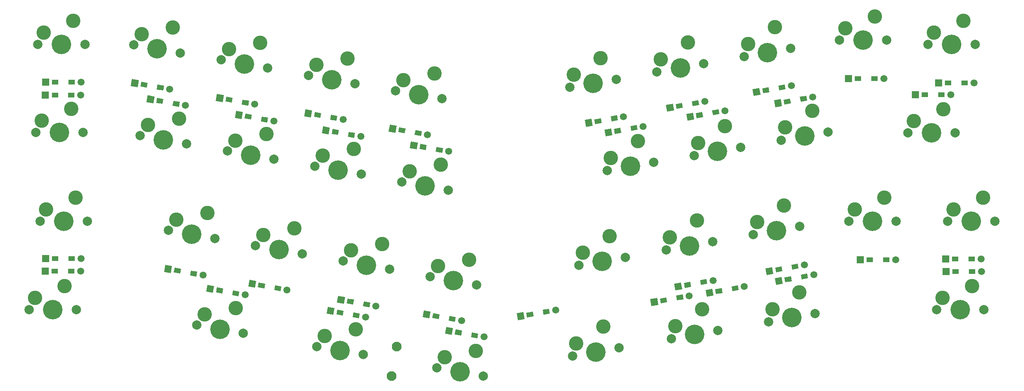
<source format=gbr>
%TF.GenerationSoftware,KiCad,Pcbnew,(5.1.6-0-10_14)*%
%TF.CreationDate,2023-03-04T09:30:32+09:00*%
%TF.ProjectId,C-13XPCB,432d3133-5850-4434-922e-6b696361645f,rev?*%
%TF.SameCoordinates,Original*%
%TF.FileFunction,Soldermask,Top*%
%TF.FilePolarity,Negative*%
%FSLAX46Y46*%
G04 Gerber Fmt 4.6, Leading zero omitted, Abs format (unit mm)*
G04 Created by KiCad (PCBNEW (5.1.6-0-10_14)) date 2023-03-04 09:30:33*
%MOMM*%
%LPD*%
G01*
G04 APERTURE LIST*
%ADD10C,3.100000*%
%ADD11C,2.000000*%
%ADD12C,4.200000*%
%ADD13C,0.100000*%
%ADD14C,1.497000*%
%ADD15R,1.400000X1.050000*%
%ADD16R,1.497000X1.497000*%
%ADD17C,2.100000*%
G04 APERTURE END LIST*
D10*
%TO.C,SW20*%
X135603545Y-20508244D03*
X128908950Y-21906990D03*
D11*
X127217178Y-24187868D03*
X137222824Y-25952134D03*
D12*
X132220001Y-25070001D03*
%TD*%
D13*
%TO.C,D20*%
G36*
X131081435Y-16957244D02*
G01*
X131263766Y-15923196D01*
X132642497Y-16166304D01*
X132460166Y-17200352D01*
X131081435Y-16957244D01*
G37*
G36*
X128990778Y-16815553D02*
G01*
X129250729Y-15341296D01*
X130724986Y-15601247D01*
X130465035Y-17075504D01*
X128990778Y-16815553D01*
G37*
D14*
X137362118Y-17531600D03*
D13*
G36*
X134577503Y-17573696D02*
G01*
X134759834Y-16539648D01*
X136138565Y-16782756D01*
X135956234Y-17816804D01*
X134577503Y-17573696D01*
G37*
%TD*%
D15*
%TO.C,D1*%
X45075000Y37340000D03*
D16*
X43040000Y37340000D03*
D14*
X50660000Y37340000D03*
D15*
X48625000Y37340000D03*
%TD*%
%TO.C,D2*%
X48615000Y34600000D03*
D14*
X50650000Y34600000D03*
D16*
X43030000Y34600000D03*
D15*
X45065000Y34600000D03*
%TD*%
%TO.C,D3*%
X48685000Y-640000D03*
D14*
X50720000Y-640000D03*
D16*
X43100000Y-640000D03*
D15*
X45135000Y-640000D03*
%TD*%
%TO.C,D4*%
X48555000Y-3390000D03*
D14*
X50590000Y-3390000D03*
D16*
X42970000Y-3390000D03*
D15*
X45005000Y-3390000D03*
%TD*%
D13*
%TO.C,D5*%
G36*
X66977503Y35796304D02*
G01*
X67159834Y36830352D01*
X68538565Y36587244D01*
X68356234Y35553196D01*
X66977503Y35796304D01*
G37*
D14*
X69762118Y35838400D03*
D13*
G36*
X61390778Y36554447D02*
G01*
X61650729Y38028704D01*
X63124986Y37768753D01*
X62865035Y36294496D01*
X61390778Y36554447D01*
G37*
G36*
X63481435Y36412756D02*
G01*
X63663766Y37446804D01*
X65042497Y37203696D01*
X64860166Y36169648D01*
X63481435Y36412756D01*
G37*
%TD*%
%TO.C,D6*%
G36*
X70367503Y32306304D02*
G01*
X70549834Y33340352D01*
X71928565Y33097244D01*
X71746234Y32063196D01*
X70367503Y32306304D01*
G37*
D14*
X73152118Y32348400D03*
D13*
G36*
X64780778Y33064447D02*
G01*
X65040729Y34538704D01*
X66514986Y34278753D01*
X66255035Y32804496D01*
X64780778Y33064447D01*
G37*
G36*
X66871435Y32922756D02*
G01*
X67053766Y33956804D01*
X68432497Y33713696D01*
X68250166Y32679648D01*
X66871435Y32922756D01*
G37*
%TD*%
%TO.C,D7*%
G36*
X74117503Y-4263696D02*
G01*
X74299834Y-3229648D01*
X75678565Y-3472756D01*
X75496234Y-4506804D01*
X74117503Y-4263696D01*
G37*
D14*
X76902118Y-4221600D03*
D13*
G36*
X68530778Y-3505553D02*
G01*
X68790729Y-2031296D01*
X70264986Y-2291247D01*
X70005035Y-3765504D01*
X68530778Y-3505553D01*
G37*
G36*
X70621435Y-3647244D02*
G01*
X70803766Y-2613196D01*
X72182497Y-2856304D01*
X72000166Y-3890352D01*
X70621435Y-3647244D01*
G37*
%TD*%
%TO.C,D8*%
G36*
X83197503Y-8513696D02*
G01*
X83379834Y-7479648D01*
X84758565Y-7722756D01*
X84576234Y-8756804D01*
X83197503Y-8513696D01*
G37*
D14*
X85982118Y-8471600D03*
D13*
G36*
X77610778Y-7755553D02*
G01*
X77870729Y-6281296D01*
X79344986Y-6541247D01*
X79085035Y-8015504D01*
X77610778Y-7755553D01*
G37*
G36*
X79701435Y-7897244D02*
G01*
X79883766Y-6863196D01*
X81262497Y-7106304D01*
X81080166Y-8140352D01*
X79701435Y-7897244D01*
G37*
%TD*%
%TO.C,D9*%
G36*
X85267503Y32566304D02*
G01*
X85449834Y33600352D01*
X86828565Y33357244D01*
X86646234Y32323196D01*
X85267503Y32566304D01*
G37*
D14*
X88052118Y32608400D03*
D13*
G36*
X79680778Y33324447D02*
G01*
X79940729Y34798704D01*
X81414986Y34538753D01*
X81155035Y33064496D01*
X79680778Y33324447D01*
G37*
G36*
X81771435Y33182756D02*
G01*
X81953766Y34216804D01*
X83332497Y33973696D01*
X83150166Y32939648D01*
X81771435Y33182756D01*
G37*
%TD*%
%TO.C,D10*%
G36*
X89367503Y28926304D02*
G01*
X89549834Y29960352D01*
X90928565Y29717244D01*
X90746234Y28683196D01*
X89367503Y28926304D01*
G37*
D14*
X92152118Y28968400D03*
D13*
G36*
X83780778Y29684447D02*
G01*
X84040729Y31158704D01*
X85514986Y30898753D01*
X85255035Y29424496D01*
X83780778Y29684447D01*
G37*
G36*
X85871435Y29542756D02*
G01*
X86053766Y30576804D01*
X87432497Y30333696D01*
X87250166Y29299648D01*
X85871435Y29542756D01*
G37*
%TD*%
%TO.C,D11*%
G36*
X92227503Y-7433696D02*
G01*
X92409834Y-6399648D01*
X93788565Y-6642756D01*
X93606234Y-7676804D01*
X92227503Y-7433696D01*
G37*
D14*
X95012118Y-7391600D03*
D13*
G36*
X86640778Y-6675553D02*
G01*
X86900729Y-5201296D01*
X88374986Y-5461247D01*
X88115035Y-6935504D01*
X86640778Y-6675553D01*
G37*
G36*
X88731435Y-6817244D02*
G01*
X88913766Y-5783196D01*
X90292497Y-6026304D01*
X90110166Y-7060352D01*
X88731435Y-6817244D01*
G37*
%TD*%
%TO.C,D13*%
G36*
X104287503Y29276304D02*
G01*
X104469834Y30310352D01*
X105848565Y30067244D01*
X105666234Y29033196D01*
X104287503Y29276304D01*
G37*
D14*
X107072118Y29318400D03*
D13*
G36*
X98700778Y30034447D02*
G01*
X98960729Y31508704D01*
X100434986Y31248753D01*
X100175035Y29774496D01*
X98700778Y30034447D01*
G37*
G36*
X100791435Y29892756D02*
G01*
X100973766Y30926804D01*
X102352497Y30683696D01*
X102170166Y29649648D01*
X100791435Y29892756D01*
G37*
%TD*%
%TO.C,D14*%
G36*
X108087503Y25616304D02*
G01*
X108269834Y26650352D01*
X109648565Y26407244D01*
X109466234Y25373196D01*
X108087503Y25616304D01*
G37*
D14*
X110872118Y25658400D03*
D13*
G36*
X102500778Y26374447D02*
G01*
X102760729Y27848704D01*
X104234986Y27588753D01*
X103975035Y26114496D01*
X102500778Y26374447D01*
G37*
G36*
X104591435Y26232756D02*
G01*
X104773766Y27266804D01*
X106152497Y27023696D01*
X105970166Y25989648D01*
X104591435Y26232756D01*
G37*
%TD*%
%TO.C,D15*%
G36*
X111347503Y-10893696D02*
G01*
X111529834Y-9859648D01*
X112908565Y-10102756D01*
X112726234Y-11136804D01*
X111347503Y-10893696D01*
G37*
D14*
X114132118Y-10851600D03*
D13*
G36*
X105760778Y-10135553D02*
G01*
X106020729Y-8661296D01*
X107494986Y-8921247D01*
X107235035Y-10395504D01*
X105760778Y-10135553D01*
G37*
G36*
X107851435Y-10277244D02*
G01*
X108033766Y-9243196D01*
X109412497Y-9486304D01*
X109230166Y-10520352D01*
X107851435Y-10277244D01*
G37*
%TD*%
%TO.C,D16*%
G36*
X109097503Y-13283696D02*
G01*
X109279834Y-12249648D01*
X110658565Y-12492756D01*
X110476234Y-13526804D01*
X109097503Y-13283696D01*
G37*
D14*
X111882118Y-13241600D03*
D13*
G36*
X103510778Y-12525553D02*
G01*
X103770729Y-11051296D01*
X105244986Y-11311247D01*
X104985035Y-12785504D01*
X103510778Y-12525553D01*
G37*
G36*
X105601435Y-12667244D02*
G01*
X105783766Y-11633196D01*
X107162497Y-11876304D01*
X106980166Y-12910352D01*
X105601435Y-12667244D01*
G37*
%TD*%
%TO.C,D17*%
G36*
X122447503Y25986304D02*
G01*
X122629834Y27020352D01*
X124008565Y26777244D01*
X123826234Y25743196D01*
X122447503Y25986304D01*
G37*
D14*
X125232118Y26028400D03*
D13*
G36*
X116860778Y26744447D02*
G01*
X117120729Y28218704D01*
X118594986Y27958753D01*
X118335035Y26484496D01*
X116860778Y26744447D01*
G37*
G36*
X118951435Y26602756D02*
G01*
X119133766Y27636804D01*
X120512497Y27393696D01*
X120330166Y26359648D01*
X118951435Y26602756D01*
G37*
%TD*%
%TO.C,D18*%
G36*
X127007503Y22386304D02*
G01*
X127189834Y23420352D01*
X128568565Y23177244D01*
X128386234Y22143196D01*
X127007503Y22386304D01*
G37*
D14*
X129792118Y22428400D03*
D13*
G36*
X121420778Y23144447D02*
G01*
X121680729Y24618704D01*
X123154986Y24358753D01*
X122895035Y22884496D01*
X121420778Y23144447D01*
G37*
G36*
X123511435Y23002756D02*
G01*
X123693766Y24036804D01*
X125072497Y23793696D01*
X124890166Y22759648D01*
X123511435Y23002756D01*
G37*
%TD*%
%TO.C,D19*%
G36*
X129747503Y-14043696D02*
G01*
X129929834Y-13009648D01*
X131308565Y-13252756D01*
X131126234Y-14286804D01*
X129747503Y-14043696D01*
G37*
D14*
X132532118Y-14001600D03*
D13*
G36*
X124160778Y-13285553D02*
G01*
X124420729Y-11811296D01*
X125894986Y-12071247D01*
X125635035Y-13545504D01*
X124160778Y-13285553D01*
G37*
G36*
X126251435Y-13427244D02*
G01*
X126433766Y-12393196D01*
X127812497Y-12636304D01*
X127630166Y-13670352D01*
X126251435Y-13427244D01*
G37*
%TD*%
%TO.C,D21*%
G36*
X164799834Y28939648D02*
G01*
X164617503Y29973696D01*
X165996234Y30216804D01*
X166178565Y29182756D01*
X164799834Y28939648D01*
G37*
D14*
X167402118Y29931600D03*
D13*
G36*
X159290729Y27741296D02*
G01*
X159030778Y29215553D01*
X160505035Y29475504D01*
X160764986Y28001247D01*
X159290729Y27741296D01*
G37*
G36*
X161303766Y28323196D02*
G01*
X161121435Y29357244D01*
X162500166Y29600352D01*
X162682497Y28566304D01*
X161303766Y28323196D01*
G37*
%TD*%
%TO.C,D22*%
G36*
X165533766Y26233196D02*
G01*
X165351435Y27267244D01*
X166730166Y27510352D01*
X166912497Y26476304D01*
X165533766Y26233196D01*
G37*
G36*
X163520729Y25651296D02*
G01*
X163260778Y27125553D01*
X164735035Y27385504D01*
X164994986Y25911247D01*
X163520729Y25651296D01*
G37*
D14*
X171632118Y27841600D03*
D13*
G36*
X169029834Y26849648D02*
G01*
X168847503Y27883696D01*
X170226234Y28126804D01*
X170408565Y27092756D01*
X169029834Y26849648D01*
G37*
%TD*%
%TO.C,D23*%
G36*
X146663766Y-13336804D02*
G01*
X146481435Y-12302756D01*
X147860166Y-12059648D01*
X148042497Y-13093696D01*
X146663766Y-13336804D01*
G37*
G36*
X144650729Y-13918704D02*
G01*
X144390778Y-12444447D01*
X145865035Y-12184496D01*
X146124986Y-13658753D01*
X144650729Y-13918704D01*
G37*
D14*
X152762118Y-11728400D03*
D13*
G36*
X150159834Y-12720352D02*
G01*
X149977503Y-11686304D01*
X151356234Y-11443196D01*
X151538565Y-12477244D01*
X150159834Y-12720352D01*
G37*
%TD*%
%TO.C,D24*%
G36*
X175423766Y-10276804D02*
G01*
X175241435Y-9242756D01*
X176620166Y-8999648D01*
X176802497Y-10033696D01*
X175423766Y-10276804D01*
G37*
G36*
X173410729Y-10858704D02*
G01*
X173150778Y-9384447D01*
X174625035Y-9124496D01*
X174884986Y-10598753D01*
X173410729Y-10858704D01*
G37*
D14*
X181522118Y-8668400D03*
D13*
G36*
X178919834Y-9660352D02*
G01*
X178737503Y-8626304D01*
X180116234Y-8383196D01*
X180298565Y-9417244D01*
X178919834Y-9660352D01*
G37*
%TD*%
%TO.C,D25*%
G36*
X178793766Y31593196D02*
G01*
X178611435Y32627244D01*
X179990166Y32870352D01*
X180172497Y31836304D01*
X178793766Y31593196D01*
G37*
G36*
X176780729Y31011296D02*
G01*
X176520778Y32485553D01*
X177995035Y32745504D01*
X178254986Y31271247D01*
X176780729Y31011296D01*
G37*
D14*
X184892118Y33201600D03*
D13*
G36*
X182289834Y32209648D02*
G01*
X182107503Y33243696D01*
X183486234Y33486804D01*
X183668565Y32452756D01*
X182289834Y32209648D01*
G37*
%TD*%
%TO.C,D26*%
G36*
X183143766Y29623196D02*
G01*
X182961435Y30657244D01*
X184340166Y30900352D01*
X184522497Y29866304D01*
X183143766Y29623196D01*
G37*
G36*
X181130729Y29041296D02*
G01*
X180870778Y30515553D01*
X182345035Y30775504D01*
X182604986Y29301247D01*
X181130729Y29041296D01*
G37*
D14*
X189242118Y31231600D03*
D13*
G36*
X186639834Y30239648D02*
G01*
X186457503Y31273696D01*
X187836234Y31516804D01*
X188018565Y30482756D01*
X186639834Y30239648D01*
G37*
%TD*%
%TO.C,D27*%
G36*
X180563766Y-6956804D02*
G01*
X180381435Y-5922756D01*
X181760166Y-5679648D01*
X181942497Y-6713696D01*
X180563766Y-6956804D01*
G37*
G36*
X178550729Y-7538704D02*
G01*
X178290778Y-6064447D01*
X179765035Y-5804496D01*
X180024986Y-7278753D01*
X178550729Y-7538704D01*
G37*
D14*
X186662118Y-5348400D03*
D13*
G36*
X184059834Y-6340352D02*
G01*
X183877503Y-5306304D01*
X185256234Y-5063196D01*
X185438565Y-6097244D01*
X184059834Y-6340352D01*
G37*
%TD*%
%TO.C,D28*%
G36*
X187293766Y-8296804D02*
G01*
X187111435Y-7262756D01*
X188490166Y-7019648D01*
X188672497Y-8053696D01*
X187293766Y-8296804D01*
G37*
G36*
X185280729Y-8878704D02*
G01*
X185020778Y-7404447D01*
X186495035Y-7144496D01*
X186754986Y-8618753D01*
X185280729Y-8878704D01*
G37*
D14*
X193392118Y-6688400D03*
D13*
G36*
X190789834Y-7680352D02*
G01*
X190607503Y-6646304D01*
X191986234Y-6403196D01*
X192168565Y-7437244D01*
X190789834Y-7680352D01*
G37*
%TD*%
%TO.C,D29*%
G36*
X197413766Y34963196D02*
G01*
X197231435Y35997244D01*
X198610166Y36240352D01*
X198792497Y35206304D01*
X197413766Y34963196D01*
G37*
G36*
X195400729Y34381296D02*
G01*
X195140778Y35855553D01*
X196615035Y36115504D01*
X196874986Y34641247D01*
X195400729Y34381296D01*
G37*
D14*
X203512118Y36571600D03*
D13*
G36*
X200909834Y35579648D02*
G01*
X200727503Y36613696D01*
X202106234Y36856804D01*
X202288565Y35822756D01*
X200909834Y35579648D01*
G37*
%TD*%
%TO.C,D30*%
G36*
X202023766Y32553196D02*
G01*
X201841435Y33587244D01*
X203220166Y33830352D01*
X203402497Y32796304D01*
X202023766Y32553196D01*
G37*
G36*
X200010729Y31971296D02*
G01*
X199750778Y33445553D01*
X201225035Y33705504D01*
X201484986Y32231247D01*
X200010729Y31971296D01*
G37*
D14*
X208122118Y34161600D03*
D13*
G36*
X205519834Y33169648D02*
G01*
X205337503Y34203696D01*
X206716234Y34446804D01*
X206898565Y33412756D01*
X205519834Y33169648D01*
G37*
%TD*%
%TO.C,D31*%
G36*
X200203766Y-3636804D02*
G01*
X200021435Y-2602756D01*
X201400166Y-2359648D01*
X201582497Y-3393696D01*
X200203766Y-3636804D01*
G37*
G36*
X198190729Y-4218704D02*
G01*
X197930778Y-2744447D01*
X199405035Y-2484496D01*
X199664986Y-3958753D01*
X198190729Y-4218704D01*
G37*
D14*
X206302118Y-2028400D03*
D13*
G36*
X203699834Y-3020352D02*
G01*
X203517503Y-1986304D01*
X204896234Y-1743196D01*
X205078565Y-2777244D01*
X203699834Y-3020352D01*
G37*
%TD*%
%TO.C,D32*%
G36*
X202203766Y-5756804D02*
G01*
X202021435Y-4722756D01*
X203400166Y-4479648D01*
X203582497Y-5513696D01*
X202203766Y-5756804D01*
G37*
G36*
X200190729Y-6338704D02*
G01*
X199930778Y-4864447D01*
X201405035Y-4604496D01*
X201664986Y-6078753D01*
X200190729Y-6338704D01*
G37*
D14*
X208302118Y-4148400D03*
D13*
G36*
X205699834Y-5140352D02*
G01*
X205517503Y-4106304D01*
X206896234Y-3863196D01*
X207078565Y-4897244D01*
X205699834Y-5140352D01*
G37*
%TD*%
D15*
%TO.C,D33*%
X217845000Y38140000D03*
D16*
X215810000Y38140000D03*
D14*
X223430000Y38140000D03*
D15*
X221395000Y38140000D03*
%TD*%
%TO.C,D34*%
X232235000Y34630000D03*
D16*
X230200000Y34630000D03*
D14*
X237820000Y34630000D03*
D15*
X235785000Y34630000D03*
%TD*%
%TO.C,D35*%
X220355000Y-880000D03*
D16*
X218320000Y-880000D03*
D14*
X225940000Y-880000D03*
D15*
X223905000Y-880000D03*
%TD*%
%TO.C,D37*%
X237245000Y37240000D03*
D16*
X235210000Y37240000D03*
D14*
X242830000Y37240000D03*
D15*
X240795000Y37240000D03*
%TD*%
%TO.C,D39*%
X238745000Y-710000D03*
D16*
X236710000Y-710000D03*
D14*
X244330000Y-710000D03*
D15*
X242295000Y-710000D03*
%TD*%
%TO.C,D40*%
X238855000Y-3470000D03*
D16*
X236820000Y-3470000D03*
D14*
X244440000Y-3470000D03*
D15*
X242405000Y-3470000D03*
%TD*%
D17*
%TO.C,SW41*%
X118634357Y-19589375D03*
X117505643Y-25990625D03*
%TD*%
D10*
%TO.C,SW1*%
X49030000Y50570000D03*
X42680000Y48030000D03*
D11*
X41410000Y45490000D03*
X51570000Y45490000D03*
D12*
X46490000Y45490000D03*
%TD*%
%TO.C,SW2*%
X46010000Y26520000D03*
D11*
X51090000Y26520000D03*
X40930000Y26520000D03*
D10*
X42200000Y29060000D03*
X48550000Y31600000D03*
%TD*%
D12*
%TO.C,SW3*%
X46960000Y7410000D03*
D11*
X52040000Y7410000D03*
X41880000Y7410000D03*
D10*
X43150000Y9950000D03*
X49500000Y12490000D03*
%TD*%
D12*
%TO.C,SW4*%
X44580000Y-11640000D03*
D11*
X49660000Y-11640000D03*
X39500000Y-11640000D03*
D10*
X40770000Y-9100000D03*
X47120000Y-6560000D03*
%TD*%
D12*
%TO.C,SW5*%
X67020000Y44540000D03*
D11*
X72022823Y43657867D03*
X62017177Y45422133D03*
D10*
X63708949Y47703011D03*
X70403544Y49101757D03*
%TD*%
D12*
%TO.C,SW6*%
X68410000Y24940000D03*
D11*
X73412823Y24057867D03*
X63407177Y25822133D03*
D10*
X65098949Y28103011D03*
X71793544Y29501757D03*
%TD*%
D12*
%TO.C,SW7*%
X74500000Y4580000D03*
D11*
X79502823Y3697867D03*
X69497177Y5462133D03*
D10*
X71188949Y7743011D03*
X77883544Y9141757D03*
%TD*%
D12*
%TO.C,SW8*%
X80580000Y-15860000D03*
D11*
X85582823Y-16742133D03*
X75577177Y-14977867D03*
D10*
X77268949Y-12696989D03*
X83963544Y-11298243D03*
%TD*%
D12*
%TO.C,SW9*%
X85820000Y41280000D03*
D11*
X90822823Y40397867D03*
X80817177Y42162133D03*
D10*
X82508949Y44443011D03*
X89203544Y45841757D03*
%TD*%
D12*
%TO.C,SW10*%
X87180000Y21630000D03*
D11*
X92182823Y20747867D03*
X82177177Y22512133D03*
D10*
X83868949Y24793011D03*
X90563544Y26191757D03*
%TD*%
D12*
%TO.C,SW11*%
X93240000Y1280000D03*
D11*
X98242823Y397867D03*
X88237177Y2162133D03*
D10*
X89928949Y4443011D03*
X96623544Y5841757D03*
%TD*%
D12*
%TO.C,SW13*%
X104600000Y37920000D03*
D11*
X109602823Y37037867D03*
X99597177Y38802133D03*
D10*
X101288949Y41083011D03*
X107983544Y42481757D03*
%TD*%
D12*
%TO.C,SW14*%
X105950000Y18410000D03*
D11*
X110952823Y17527867D03*
X100947177Y19292133D03*
D10*
X102638949Y21573011D03*
X109333544Y22971757D03*
%TD*%
D12*
%TO.C,SW15*%
X112060000Y-2050000D03*
D11*
X117062823Y-2932133D03*
X107057177Y-1167867D03*
D10*
X108748949Y1113011D03*
X115443544Y2511757D03*
%TD*%
D12*
%TO.C,SW16*%
X106400000Y-20460000D03*
D11*
X111402823Y-21342133D03*
X101397177Y-19577867D03*
D10*
X103088949Y-17296989D03*
X109783544Y-15898243D03*
%TD*%
D12*
%TO.C,SW17*%
X123330000Y34660000D03*
D11*
X128332823Y33777867D03*
X118327177Y35542133D03*
D10*
X120018949Y37823011D03*
X126713544Y39221757D03*
%TD*%
D12*
%TO.C,SW18*%
X124710000Y15000000D03*
D11*
X129712823Y14117867D03*
X119707177Y15882133D03*
D10*
X121398949Y18163011D03*
X128093544Y19561757D03*
%TD*%
D12*
%TO.C,SW19*%
X130790000Y-5420000D03*
D11*
X135792823Y-6302133D03*
X125787177Y-4537867D03*
D10*
X127478949Y-2256989D03*
X134173544Y-858243D03*
%TD*%
%TO.C,SW21*%
X162489279Y42563890D03*
X156676816Y38959812D03*
D11*
X155867177Y36237867D03*
X165872823Y38002133D03*
D12*
X160870000Y37120000D03*
%TD*%
%TO.C,SW22*%
X168870000Y19230000D03*
D11*
X173872823Y20112133D03*
X163867177Y18347867D03*
D10*
X164676816Y21069812D03*
X170489279Y24673890D03*
%TD*%
%TO.C,SW23*%
X164439279Y4203890D03*
X158626816Y599812D03*
D11*
X157817177Y-2122133D03*
X167822823Y-357867D03*
D12*
X162820000Y-1240000D03*
%TD*%
D10*
%TO.C,SW24*%
X163049279Y-15316110D03*
X157236816Y-18920188D03*
D11*
X156427177Y-21642133D03*
X166432823Y-19877867D03*
D12*
X161430000Y-20760000D03*
%TD*%
D10*
%TO.C,SW25*%
X181219279Y45903890D03*
X175406816Y42299812D03*
D11*
X174597177Y39577867D03*
X184602823Y41342133D03*
D12*
X179600000Y40460000D03*
%TD*%
D10*
%TO.C,SW26*%
X189239279Y27893890D03*
X183426816Y24289812D03*
D11*
X182617177Y21567867D03*
X192622823Y23332133D03*
D12*
X187620000Y22450000D03*
%TD*%
D10*
%TO.C,SW27*%
X183199279Y7543890D03*
X177386816Y3939812D03*
D11*
X176577177Y1217867D03*
X186582823Y2982133D03*
D12*
X181580000Y2100000D03*
%TD*%
D10*
%TO.C,SW28*%
X184319279Y-11566110D03*
X178506816Y-15170188D03*
D11*
X177697177Y-17892133D03*
X187702823Y-16127867D03*
D12*
X182700000Y-17010000D03*
%TD*%
D10*
%TO.C,SW29*%
X199999279Y49203890D03*
X194186816Y45599812D03*
D11*
X193377177Y42877867D03*
X203382823Y44642133D03*
D12*
X198380000Y43760000D03*
%TD*%
D10*
%TO.C,SW30*%
X207979279Y31203890D03*
X202166816Y27599812D03*
D11*
X201357177Y24877867D03*
X211362823Y26642133D03*
D12*
X206360000Y25760000D03*
%TD*%
D10*
%TO.C,SW31*%
X201929279Y10823890D03*
X196116816Y7219812D03*
D11*
X195307177Y4497867D03*
X205312823Y6262133D03*
D12*
X200310000Y5380000D03*
%TD*%
D10*
%TO.C,SW32*%
X205239279Y-7936110D03*
X199426816Y-11540188D03*
D11*
X198617177Y-14262133D03*
X208622823Y-12497867D03*
D12*
X203620000Y-13380000D03*
%TD*%
D10*
%TO.C,SW33*%
X221440000Y51540000D03*
X215090000Y49000000D03*
D11*
X213820000Y46460000D03*
X223980000Y46460000D03*
D12*
X218900000Y46460000D03*
%TD*%
D10*
%TO.C,SW34*%
X236190000Y31540000D03*
X229840000Y29000000D03*
D11*
X228570000Y26460000D03*
X238730000Y26460000D03*
D12*
X233650000Y26460000D03*
%TD*%
D10*
%TO.C,SW35*%
X223460000Y12460000D03*
X217110000Y9920000D03*
D11*
X215840000Y7380000D03*
X226000000Y7380000D03*
D12*
X220920000Y7380000D03*
%TD*%
D10*
%TO.C,SW37*%
X240528000Y50600000D03*
X234178000Y48060000D03*
D11*
X232908000Y45520000D03*
X243068000Y45520000D03*
D12*
X237988000Y45520000D03*
%TD*%
D10*
%TO.C,SW39*%
X244790000Y12490000D03*
X238440000Y9950000D03*
D11*
X237170000Y7410000D03*
X247330000Y7410000D03*
D12*
X242250000Y7410000D03*
%TD*%
D10*
%TO.C,SW40*%
X242350000Y-6570000D03*
X236000000Y-9110000D03*
D11*
X234730000Y-11650000D03*
X244890000Y-11650000D03*
D12*
X239810000Y-11650000D03*
%TD*%
M02*

</source>
